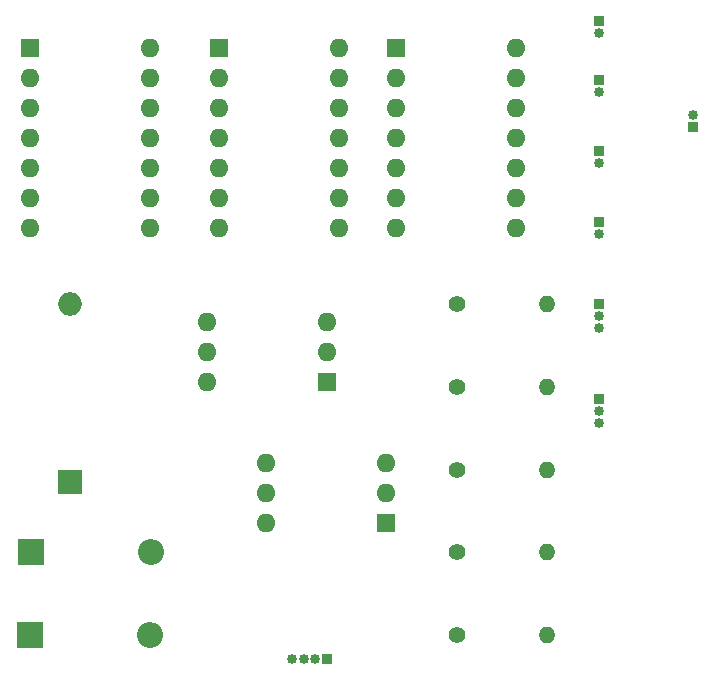
<source format=gbr>
%TF.GenerationSoftware,KiCad,Pcbnew,7.0.1-0*%
%TF.CreationDate,2023-05-12T11:35:50+01:00*%
%TF.ProjectId,rs232,72733233-322e-46b6-9963-61645f706362,rev?*%
%TF.SameCoordinates,Original*%
%TF.FileFunction,Soldermask,Bot*%
%TF.FilePolarity,Negative*%
%FSLAX46Y46*%
G04 Gerber Fmt 4.6, Leading zero omitted, Abs format (unit mm)*
G04 Created by KiCad (PCBNEW 7.0.1-0) date 2023-05-12 11:35:50*
%MOMM*%
%LPD*%
G01*
G04 APERTURE LIST*
%ADD10R,0.850000X0.850000*%
%ADD11O,0.850000X0.850000*%
%ADD12C,1.400000*%
%ADD13O,1.400000X1.400000*%
%ADD14R,1.600000X1.600000*%
%ADD15O,1.600000X1.600000*%
%ADD16R,2.200000X2.200000*%
%ADD17O,2.200000X2.200000*%
%ADD18R,2.000000X2.000000*%
%ADD19O,2.000000X2.000000*%
G04 APERTURE END LIST*
D10*
%TO.C,TSC1*%
X233000000Y-99000000D03*
D11*
X233000000Y-100000000D03*
%TD*%
D10*
%TO.C,TSC4*%
X233000000Y-105000000D03*
D11*
X233000000Y-106000000D03*
%TD*%
D10*
%TO.C,TSC3*%
X233000000Y-88000000D03*
D11*
X233000000Y-89000000D03*
%TD*%
D10*
%TO.C,TSC2*%
X233000000Y-93000000D03*
D11*
X233000000Y-94000000D03*
%TD*%
D12*
%TO.C,R4*%
X220980000Y-112000000D03*
D13*
X228600000Y-112000000D03*
%TD*%
D14*
%TO.C,E40*%
X184840000Y-90300000D03*
D15*
X184840000Y-92840000D03*
X184840000Y-95380000D03*
X184840000Y-97920000D03*
X184840000Y-100460000D03*
X184840000Y-103000000D03*
X184840000Y-105540000D03*
X195000000Y-105540000D03*
X195000000Y-103000000D03*
X195000000Y-100460000D03*
X195000000Y-97920000D03*
X195000000Y-95380000D03*
X195000000Y-92840000D03*
X195000000Y-90300000D03*
%TD*%
D14*
%TO.C,E31*%
X215000000Y-130540000D03*
D15*
X215000000Y-128000000D03*
X215000000Y-125460000D03*
X204840000Y-125460000D03*
X204840000Y-128000000D03*
X204840000Y-130540000D03*
%TD*%
D10*
%TO.C,J1*%
X233000000Y-120000000D03*
D11*
X233000000Y-121000000D03*
X233000000Y-122000000D03*
%TD*%
D10*
%TO.C,J4*%
X241000000Y-97000000D03*
D11*
X241000000Y-96000000D03*
%TD*%
D14*
%TO.C,E52*%
X215840000Y-90300000D03*
D15*
X215840000Y-92840000D03*
X215840000Y-95380000D03*
X215840000Y-97920000D03*
X215840000Y-100460000D03*
X215840000Y-103000000D03*
X215840000Y-105540000D03*
X226000000Y-105540000D03*
X226000000Y-103000000D03*
X226000000Y-100460000D03*
X226000000Y-97920000D03*
X226000000Y-95380000D03*
X226000000Y-92840000D03*
X226000000Y-90300000D03*
%TD*%
D14*
%TO.C,E46*%
X200840000Y-90300000D03*
D15*
X200840000Y-92840000D03*
X200840000Y-95380000D03*
X200840000Y-97920000D03*
X200840000Y-100460000D03*
X200840000Y-103000000D03*
X200840000Y-105540000D03*
X211000000Y-105540000D03*
X211000000Y-103000000D03*
X211000000Y-100460000D03*
X211000000Y-97920000D03*
X211000000Y-95380000D03*
X211000000Y-92840000D03*
X211000000Y-90300000D03*
%TD*%
D16*
%TO.C,D11*%
X184840000Y-140000000D03*
D17*
X195000000Y-140000000D03*
%TD*%
D12*
%TO.C,R5*%
X220980000Y-119000000D03*
D13*
X228600000Y-119000000D03*
%TD*%
D10*
%TO.C,J3*%
X233000000Y-112000000D03*
D11*
X233000000Y-113000000D03*
X233000000Y-114000000D03*
%TD*%
D18*
%TO.C,C12*%
X188242500Y-127000000D03*
D19*
X188242500Y-112000000D03*
%TD*%
D14*
%TO.C,E30*%
X210000000Y-118540000D03*
D15*
X210000000Y-116000000D03*
X210000000Y-113460000D03*
X199840000Y-113460000D03*
X199840000Y-116000000D03*
X199840000Y-118540000D03*
%TD*%
D12*
%TO.C,R16*%
X220980000Y-133000000D03*
D13*
X228600000Y-133000000D03*
%TD*%
D12*
%TO.C,R9*%
X220980000Y-126000000D03*
D13*
X228600000Y-126000000D03*
%TD*%
D10*
%TO.C,J2*%
X210000000Y-142000000D03*
D11*
X209000000Y-142000000D03*
X208000000Y-142000000D03*
X207000000Y-142000000D03*
%TD*%
D16*
%TO.C,D10*%
X184920000Y-133000000D03*
D17*
X195080000Y-133000000D03*
%TD*%
D12*
%TO.C,R17*%
X220980000Y-140000000D03*
D13*
X228600000Y-140000000D03*
%TD*%
M02*

</source>
